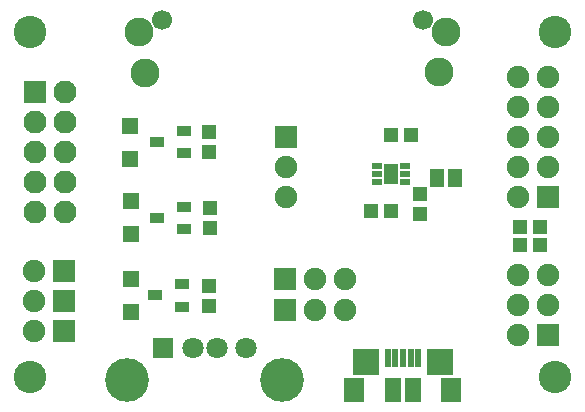
<source format=gts>
G04 DipTrace 2.4.0.2*
%INTopMask.gbr*%
%MOIN*%
%ADD50C,0.1083*%
%ADD51C,0.0669*%
%ADD58R,0.0474X0.071*%
%ADD60R,0.0356X0.0198*%
%ADD62R,0.0474X0.0513*%
%ADD64R,0.0493X0.0336*%
%ADD66R,0.0474X0.0611*%
%ADD68R,0.0552X0.0828*%
%ADD70R,0.071X0.0828*%
%ADD72R,0.0907X0.0867*%
%ADD74R,0.0237X0.0611*%
%ADD76C,0.1458*%
%ADD78C,0.071*%
%ADD80R,0.071X0.071*%
%ADD82C,0.0966*%
%ADD86C,0.0749*%
%ADD88R,0.0749X0.0749*%
%ADD90C,0.0769*%
%ADD92R,0.0769X0.0769*%
%ADD94R,0.0552X0.0552*%
%ADD96R,0.0513X0.0474*%
%FSLAX44Y44*%
G04*
G70*
G90*
G75*
G01*
%LNTopMask*%
%LPD*%
D96*
X17635Y13125D3*
X16965D3*
X16295Y10585D3*
X16965D3*
D94*
X8300Y7224D3*
Y8326D3*
X8290Y9824D3*
Y10926D3*
X8262Y12333D3*
Y13436D3*
D92*
X5090Y14565D3*
D90*
Y13565D3*
Y12565D3*
Y11565D3*
Y10565D3*
X6090D3*
Y11565D3*
Y12565D3*
Y13565D3*
Y14565D3*
D50*
X22440Y5065D3*
Y16565D3*
X4940Y5065D3*
Y16565D3*
D88*
X13468Y13066D3*
D86*
Y12066D3*
Y11066D3*
D88*
X22190Y11065D3*
D86*
X21190D3*
X22190Y12065D3*
X21190D3*
X22190Y13065D3*
X21190D3*
X22190Y14065D3*
X21190D3*
X22190Y15065D3*
X21190D3*
D88*
X6053Y6589D3*
D86*
X5053D3*
D82*
X8765Y15209D3*
X18790Y16565D3*
X18583Y15218D3*
X8555Y16565D3*
D51*
X9339Y16959D3*
X18021D3*
D80*
X9380Y6023D3*
D78*
X10365D3*
X11152D3*
X12136D3*
D76*
X8172Y4956D3*
X13345D3*
D88*
X13440Y7307D3*
D86*
X14440D3*
X15440D3*
D88*
X13440Y8315D3*
D86*
X14440D3*
X15440D3*
D74*
X17876Y5687D3*
X17620D3*
X17365D3*
X17109D3*
X16853D3*
D72*
X18585Y5559D3*
X16144D3*
D70*
X18979Y4634D3*
X15750D3*
D68*
X17699D3*
X17030D3*
D88*
X6053Y7589D3*
D86*
X5053D3*
D88*
X6053Y8589D3*
D86*
X5053D3*
D88*
X22187Y6461D3*
D86*
X21187D3*
X22187Y7461D3*
X21187D3*
X22187Y8461D3*
X21187D3*
D66*
X18501Y11705D3*
X19092D3*
D64*
X10010Y7403D3*
Y8151D3*
X9105Y7777D3*
X10063Y9991D3*
Y10739D3*
X9157Y10365D3*
X10063Y12527D3*
Y13275D3*
X9158Y12901D3*
D96*
X21271Y9448D3*
X21941D3*
X21271Y10065D3*
X21940D3*
D62*
X10900Y7410D3*
Y8080D3*
X10927Y10016D3*
Y10685D3*
X10900Y12550D3*
Y13220D3*
X17930Y10480D3*
Y11150D3*
D60*
X17440Y11565D3*
Y11821D3*
Y12077D3*
X16495D3*
Y11821D3*
Y11565D3*
D58*
X16968Y11821D3*
M02*

</source>
